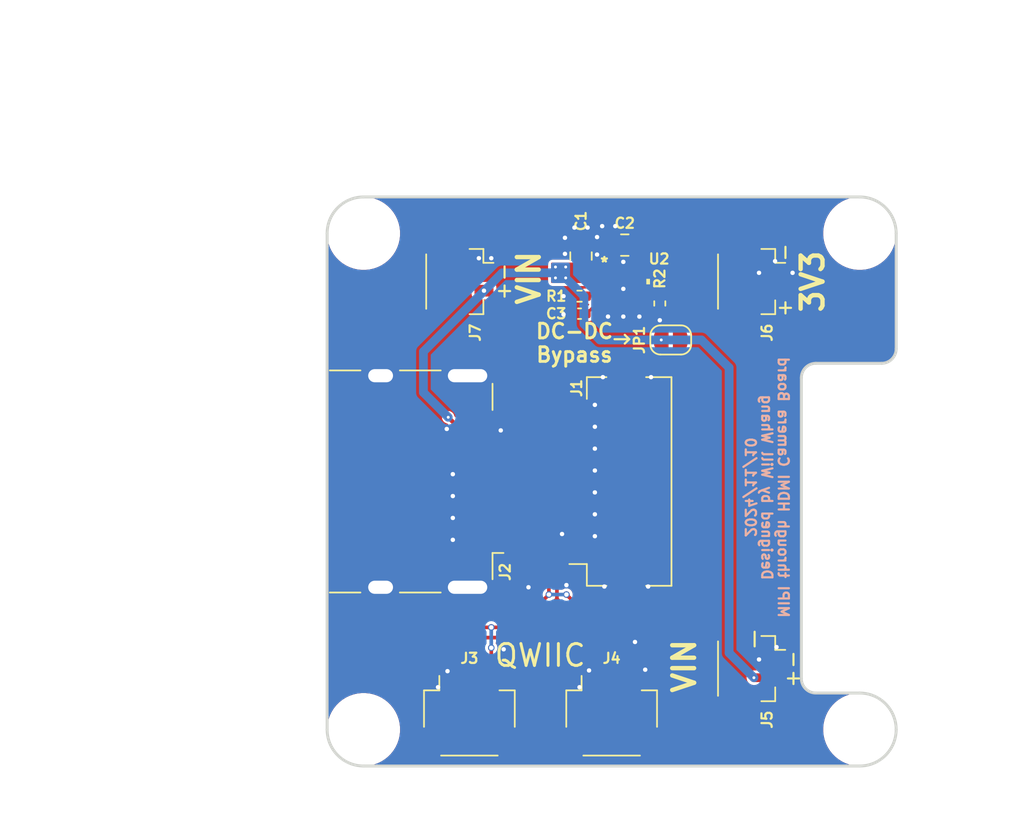
<source format=kicad_pcb>
(kicad_pcb (version 20240108) (generator "pcbnew") (generator_version "8.0")
  (layers (0 "F.Cu" signal) (31 "B.Cu" signal) (34 "B.Paste" user) (35 "F.Paste" user) (36 "B.SilkS" user "B.Silkscreen") (37 "F.SilkS" user "F.Silkscreen") (38 "B.Mask" user) (39 "F.Mask" user) (44 "Edge.Cuts" user))
  (net 0 "")
  (net 1 "CAM_D1_N")
  (net 2 "GND")
  (net 3 "CAM_D3_N")
  (net 4 "SDA_3V3")
  (net 5 "CAM_D3_P")
  (net 6 "CAM_D0_N")
  (net 7 "SCL_3V3")
  (net 8 "+3V3")
  (net 9 "CAM_D2_P")
  (net 10 "CAM_EN")
  (net 11 "CAM_D2_N")
  (net 12 "CAM_CLK_P")
  (net 13 "CAM_D1_P")
  (net 14 "CAM_CLK_N")
  (net 15 "CAM_D0_P")
  (net 17 "VDD")
  (net 18 "Net-(U2-SS{slash}TR)")
  (net 19 "Net-(U2-MODE{slash}S-CONF)")
  (net 20 "Net-(U2-FB{slash}VSET)")
  (footprint "Connector_Molex:Molex_PicoBlade_53398-0271_1x02-1MP_P1.25mm_Vertical" (layer "F.Cu") (at 130.835 78.3 -90)
    (property "Reference" "J6" (at 3.5 -0.65 90) (layer "F.SilkS") (effects (font (size 0.7 0.7))))
    (property "Value" "Conn_01x02_Shielded")
    (fp_line (start -1.865 2.71) (end 1.865 2.71) (stroke (width 0.12)) (layer "F.SilkS"))
    (fp_line (start -2.235 -0.26) (end -2.235 -1.21) (stroke (width 0.12)) (layer "F.SilkS"))
    (fp_line (start 2.235 -0.26) (end 2.235 -1.21) (stroke (width 0.12)) (layer "F.SilkS"))
    (fp_line (start -2.235 -1.21) (end -1.285 -1.21) (stroke (width 0.12)) (layer "F.SilkS"))
    (fp_line (start -1.285 -1.21) (end -1.285 -1.9) (stroke (width 0.12)) (layer "F.SilkS"))
    (fp_line (start 2.235 -1.21) (end 1.285 -1.21) (stroke (width 0.12)) (layer "F.SilkS"))
    (pad "1" smd roundrect (at -0.625 -1.25 270) (size 0.8 1.3) (layers "F.Cu" "F.Paste" "F.Mask") (net 2 "GND"))
    (pad "2" smd roundrect (at 0.625 -1.25 270) (size 0.8 1.3) (layers "F.Cu" "F.Paste" "F.Mask") (net 8 "+3V3"))
    (pad "MP" smd roundrect (at -3.175 1.5 270) (size 2.1 3) (layers "F.Cu" "F.Paste" "F.Mask") (roundrect_rratio 0.119048) (net 2 "GND"))
    (pad "MP" smd roundrect (at 3.175 1.5 270) (size 2.1 3) (layers "F.Cu" "F.Paste" "F.Mask") (roundrect_rratio 0.119048) (net 2 "GND"))
  )
  (footprint "Connector_JST:JST_SH_SM04B-SRSS-TB_1x04-1MP_P1.00mm_Horizontal" (layer "F.Cu") (at 120.835 108.1)
    (property "Reference" "J4" (at 0 -3.98 0) (layer "F.SilkS") (effects (font (size 0.7 0.7))))
    (property "Value" "Conn_01x04_Shielded")
    (fp_line (start -3.11 -1.785) (end -2.06 -1.785) (stroke (width 0.12)) (layer "F.SilkS"))
    (fp_line (start -3.11 0.715) (end -3.11 -1.785) (stroke (width 0.12)) (layer "F.SilkS"))
    (fp_line (start -2.06 -1.785) (end -2.06 -2.775) (stroke (width 0.12)) (layer "F.SilkS"))
    (fp_line (start -1.94 2.685) (end 1.94 2.685) (stroke (width 0.12)) (layer "F.SilkS"))
    (fp_line (start 3.11 -1.785) (end 2.06 -1.785) (stroke (width 0.12)) (layer "F.SilkS"))
    (fp_line (start 3.11 0.715) (end 3.11 -1.785) (stroke (width 0.12)) (layer "F.SilkS"))
    (pad "1" smd roundrect (at -1.5 -2) (size 0.6 1.55) (layers "F.Cu" "F.Paste" "F.Mask") (net 2 "GND"))
    (pad "2" smd roundrect (at -0.5 -2) (size 0.6 1.55) (layers "F.Cu" "F.Paste" "F.Mask") (net 8 "+3V3"))
    (pad "3" smd roundrect (at 0.5 -2) (size 0.6 1.55) (layers "F.Cu" "F.Paste" "F.Mask") (net 4 "SDA_3V3"))
    (pad "4" smd roundrect (at 1.5 -2) (size 0.6 1.55) (layers "F.Cu" "F.Paste" "F.Mask") (net 7 "SCL_3V3"))
    (pad "MP" smd roundrect (at -2.8 1.875) (size 1.2 1.8) (layers "F.Cu" "F.Paste" "F.Mask") (roundrect_rratio 0.208333) (net 2 "GND"))
    (pad "MP" smd roundrect (at 2.8 1.875) (size 1.2 1.8) (layers "F.Cu" "F.Paste" "F.Mask") (roundrect_rratio 0.208333) (net 2 "GND"))
  )
  (footprint "MountingHole:MountingHole_2.2mm_M2" (layer "F.Cu") (at 137.835 109 90)
    (property "Reference" "H3" (hide yes))
    (property "Value" "MountingHole")
    (pad "" np_thru_hole circle (at 0 0) (size 2.2 2.2) (drill 2.2) (layers "F&B.Cu" "*.Mask") (clearance 1.4))
  )
  (footprint "Connector_JST:JST_SH_SM04B-SRSS-TB_1x04-1MP_P1.00mm_Horizontal" (layer "F.Cu") (at 111.085 108.1)
    (property "Reference" "J3" (at 0 -3.98 0) (layer "F.SilkS") (effects (font (size 0.7 0.7))))
    (property "Value" "Conn_01x04_Shielded")
    (fp_line (start -3.11 -1.785) (end -2.06 -1.785) (stroke (width 0.12)) (layer "F.SilkS"))
    (fp_line (start -3.11 0.715) (end -3.11 -1.785) (stroke (width 0.12)) (layer "F.SilkS"))
    (fp_line (start -2.06 -1.785) (end -2.06 -2.775) (stroke (width 0.12)) (layer "F.SilkS"))
    (fp_line (start -1.94 2.685) (end 1.94 2.685) (stroke (width 0.12)) (layer "F.SilkS"))
    (fp_line (start 3.11 -1.785) (end 2.06 -1.785) (stroke (width 0.12)) (layer "F.SilkS"))
    (fp_line (start 3.11 0.715) (end 3.11 -1.785) (stroke (width 0.12)) (layer "F.SilkS"))
    (pad "1" smd roundrect (at -1.5 -2) (size 0.6 1.55) (layers "F.Cu" "F.Paste" "F.Mask") (net 2 "GND"))
    (pad "2" smd roundrect (at -0.5 -2) (size 0.6 1.55) (layers "F.Cu" "F.Paste" "F.Mask") (net 8 "+3V3"))
    (pad "3" smd roundrect (at 0.5 -2) (size 0.6 1.55) (layers "F.Cu" "F.Paste" "F.Mask") (net 4 "SDA_3V3"))
    (pad "4" smd roundrect (at 1.5 -2) (size 0.6 1.55) (layers "F.Cu" "F.Paste" "F.Mask") (net 7 "SCL_3V3"))
    (pad "MP" smd roundrect (at -2.8 1.875) (size 1.2 1.8) (layers "F.Cu" "F.Paste" "F.Mask") (roundrect_rratio 0.208333) (net 2 "GND"))
    (pad "MP" smd roundrect (at 2.8 1.875) (size 1.2 1.8) (layers "F.Cu" "F.Paste" "F.Mask") (roundrect_rratio 0.208333) (net 2 "GND"))
  )
  (footprint "MountingHole:MountingHole_2.2mm_M2" (layer "F.Cu") (at 137.835 75 180)
    (property "Reference" "H4" (hide yes))
    (property "Value" "MountingHole")
    (pad "" np_thru_hole circle (at 0 0 90) (size 2.2 2.2) (drill 2.2) (layers "F&B.Cu" "*.Mask") (clearance 1.4))
  )
  (footprint "MountingHole:MountingHole_2.2mm_M2" (layer "F.Cu") (at 103.835 75 180)
    (property "Reference" "H1" (hide yes))
    (property "Value" "MountingHole")
    (pad "" np_thru_hole circle (at 0 0 90) (size 2.2 2.2) (drill 2.2) (layers "F&B.Cu" "*.Mask") (clearance 1.4))
  )
  (footprint "Resistor_SMD:R_0402_1005Metric" (layer "F.Cu") (at 124.135 79.8 90)
    (property "Reference" "R2" (at 1.7 0 90) (layer "F.SilkS") (effects (font (size 0.7 0.7))))
    (property "Value" "DNC")
    (fp_line (start -0.153641 -0.38) (end 0.153641 -0.38) (stroke (width 0.12)) (layer "F.SilkS"))
    (fp_line (start -0.153641 0.38) (end 0.153641 0.38) (stroke (width 0.12)) (layer "F.SilkS"))
    (pad "1" smd roundrect (at -0.51 0 90) (size 0.54 0.64) (layers "F.Cu" "F.Paste" "F.Mask") (net 2 "GND"))
    (pad "2" smd roundrect (at 0.51 0 90) (size 0.54 0.64) (layers "F.Cu" "F.Paste" "F.Mask") (net 20 "Net-(U2-FB{slash}VSET)"))
  )
  (footprint "footprints:uSIP11_SIS_TEX" (layer "F.Cu") (at 121.635 78.8)
    (property "Reference" "U2" (at 2.45 -2.05 0) (layer "F.SilkS") (effects (font (size 0.7 0.7))))
    (property "Value" "TPSM82902SISR")
    (fp_poly (pts (xy 1.8288 -0.690626) (xy 1.8288 -0.309626) (xy 1.5748 -0.309626) (xy 1.5748 -0.690626)) (fill solid) (layer "F.SilkS"))
    (fp_text user "*" (at -1.3 -1.8 0) (layer "F.SilkS") (effects (font (size 0.7 0.7))))
    (fp_text user "*" (at -1.3 -1.8 0) (layer "F.SilkS") (effects (font (size 0.7 0.7))))
    (pad "1" smd rect (at -1.0541 -1.137501 90) (size 0.5588 0.5334) (layers "F.Cu" "F.Paste" "F.Mask") (net 17 "VDD"))
    (pad "2" smd rect (at -1.0541 -0.500126 90) (size 0.2794 0.5334) (layers "F.Cu" "F.Paste" "F.Mask") (net 17 "VDD"))
    (pad "3" smd rect (at -1.0541 0 90) (size 0.2794 0.5334) (layers "F.Cu" "F.Paste" "F.Mask") (net 17 "VDD"))
    (pad "4" smd rect (at -1.0541 0.500126 90) (size 0.2794 0.5334) (layers "F.Cu" "F.Paste" "F.Mask") (net 19 "Net-(U2-MODE{slash}S-CONF)"))
    (pad "5" smd rect (at -1.0541 1.137501 90) (size 0.5588 0.5334) (layers "F.Cu" "F.Paste" "F.Mask") (net 18 "Net-(U2-SS{slash}TR)"))
    (pad "6" smd rect (at 1.0541 1.137501 90) (size 0.5588 0.5334) (layers "F.Cu" "F.Paste" "F.Mask"))
    (pad "7" smd rect (at 1.0541 0.500126 90) (size 0.2794 0.5334) (layers "F.Cu" "F.Paste" "F.Mask") (net 20 "Net-(U2-FB{slash}VSET)"))
    (pad "8" smd rect (at 1.0541 0 90) (size 0.2794 0.5334) (layers "F.Cu" "F.Paste" "F.Mask"))
    (pad "9" smd rect (at 1.0541 -0.500126 90) (size 0.2794 0.5334) (layers "F.Cu" "F.Paste" "F.Mask") (net 8 "+3V3"))
    (pad "10" smd rect (at 1.0541 -1.137501 90) (size 0.5588 0.5334) (layers "F.Cu" "F.Paste" "F.Mask") (net 8 "+3V3"))
    (pad "11" smd rect (at 0 0) (size 0.9398 2.8448) (layers "F.Cu" "F.Mask") (net 2 "GND"))
  )
  (footprint "Connector_FFC-FPC:Hirose_FH12-22S-0.5SH_1x22-1MP_P0.50mm_Horizontal" (layer "F.Cu") (at 120.435 92 90)
    (property "Reference" "J1" (at 6.4 -2 90) (layer "F.SilkS") (effects (font (size 0.7 0.7))))
    (property "Value" "Conn_01x22_Shielded")
    (fp_line (start 7.15 -1.3) (end 7.15 0.04) (stroke (width 0.12)) (layer "F.SilkS"))
    (fp_line (start 5.66 -1.3) (end 7.15 -1.3) (stroke (width 0.12)) (layer "F.SilkS"))
    (fp_line (start -5.66 -1.3) (end -5.66 -2.5) (stroke (width 0.12)) (layer "F.SilkS"))
    (fp_line (start -5.66 -1.3) (end -7.15 -1.3) (stroke (width 0.12)) (layer "F.SilkS"))
    (fp_line (start -7.15 -1.3) (end -7.15 0.04) (stroke (width 0.12)) (layer "F.SilkS"))
    (fp_line (start -7.15 2.76) (end -7.15 4.5) (stroke (width 0.12)) (layer "F.SilkS"))
    (fp_line (start 7.15 4.5) (end 7.15 2.76) (stroke (width 0.12)) (layer "F.SilkS"))
    (fp_line (start -7.15 4.5) (end 7.15 4.5) (stroke (width 0.12)) (layer "F.SilkS"))
    (pad "1" smd rect (at -5.25 -1.85 90) (size 0.3 1.3) (layers "F.Cu" "F.Paste" "F.Mask") (net 8 "+3V3"))
    (pad "2" smd rect (at -4.75 -1.85 90) (size 0.3 1.3) (layers "F.Cu" "F.Paste" "F.Mask") (net 4 "SDA_3V3"))
    (pad "3" smd rect (at -4.25 -1.85 90) (size 0.3 1.3) (layers "F.Cu" "F.Paste" "F.Mask") (net 7 "SCL_3V3"))
    (pad "4" smd rect (at -3.75 -1.85 90) (size 0.3 1.3) (layers "F.Cu" "F.Paste" "F.Mask") (net 2 "GND"))
    (pad "5" smd rect (at -3.25 -1.85 90) (size 0.3 1.3) (layers "F.Cu" "F.Paste" "F.Mask"))
    (pad "6" smd rect (at -2.75 -1.85 90) (size 0.3 1.3) (layers "F.Cu" "F.Paste" "F.Mask") (net 10 "CAM_EN"))
    (pad "7" smd rect (at -2.25 -1.85 90) (size 0.3 1.3) (layers "F.Cu" "F.Paste" "F.Mask") (net 2 "GND"))
    (pad "8" smd rect (at -1.75 -1.85 90) (size 0.3 1.3) (layers "F.Cu" "F.Paste" "F.Mask") (net 5 "CAM_D3_P"))
    (pad "9" smd rect (at -1.25 -1.85 90) (size 0.3 1.3) (layers "F.Cu" "F.Paste" "F.Mask") (net 3 "CAM_D3_N"))
    (pad "10" smd rect (at -0.75 -1.85 90) (size 0.3 1.3) (layers "F.Cu" "F.Paste" "F.Mask") (net 2 "GND"))
    (pad "11" smd rect (at -0.25 -1.85 90) (size 0.3 1.3) (layers "F.Cu" "F.Paste" "F.Mask") (net 9 "CAM_D2_P"))
    (pad "12" smd rect (at 0.25 -1.85 90) (size 0.3 1.3) (layers "F.Cu" "F.Paste" "F.Mask") (net 11 "CAM_D2_N"))
    (pad "13" smd rect (at 0.75 -1.85 90) (size 0.3 1.3) (layers "F.Cu" "F.Paste" "F.Mask") (net 2 "GND"))
    (pad "14" smd rect (at 1.25 -1.85 90) (size 0.3 1.3) (layers "F.Cu" "F.Paste" "F.Mask") (net 12 "CAM_CLK_P"))
    (pad "15" smd rect (at 1.75 -1.85 90) (size 0.3 1.3) (layers "F.Cu" "F.Paste" "F.Mask") (net 14 "CAM_CLK_N"))
    (pad "16" smd rect (at 2.25 -1.85 90) (size 0.3 1.3) (layers "F.Cu" "F.Paste" "F.Mask") (net 2 "GND"))
    (pad "17" smd rect (at 2.75 -1.85 90) (size 0.3 1.3) (layers "F.Cu" "F.Paste" "F.Mask") (net 13 "CAM_D1_P"))
    (pad "18" smd rect (at 3.25 -1.85 90) (size 0.3 1.3) (layers "F.Cu" "F.Paste" "F.Mask") (net 1 "CAM_D1_N"))
    (pad "19" smd rect (at 3.75 -1.85 90) (size 0.3 1.3) (layers "F.Cu" "F.Paste" "F.Mask") (net 2 "GND"))
    (pad "20" smd rect (at 4.25 -1.85 90) (size 0.3 1.3) (layers "F.Cu" "F.Paste" "F.Mask") (net 15 "CAM_D0_P"))
    (pad "21" smd rect (at 4.75 -1.85 90) (size 0.3 1.3) (layers "F.Cu" "F.Paste" "F.Mask") (net 6 "CAM_D0_N"))
    (pad "22" smd rect (at 5.25 -1.85 90) (size 0.3 1.3) (layers "F.Cu" "F.Paste" "F.Mask") (net 2 "GND"))
    (pad "MP" smd rect (at -7.15 1.4 90) (size 1.8 2.2) (layers "F.Cu" "F.Paste" "F.Mask") (net 2 "GND"))
    (pad "MP" smd rect (at 7.15 1.4 90) (size 1.8 2.2) (layers "F.Cu" "F.Paste" "F.Mask") (net 2 "GND"))
  )
  (footprint "MountingHole:MountingHole_2.2mm_M2" (layer "F.Cu") (at 103.835 109)
    (property "Reference" "H2" (hide yes))
    (property "Value" "MountingHole")
    (pad "" np_thru_hole circle (at 0 0 270) (size 2.2 2.2) (drill 2.2) (layers "F&B.Cu" "*.Mask") (clearance 1.4))
  )
  (footprint "Resistor_SMD:R_0402_1005Metric" (layer "F.Cu") (at 118.635 79.3)
    (property "Reference" "R1" (at -1.6 0 0) (layer "F.SilkS") (effects (font (size 0.7 0.7))))
    (property "Value" "40.2K")
    (fp_line (start -0.153641 -0.38) (end 0.153641 -0.38) (stroke (width 0.12)) (layer "F.SilkS"))
    (fp_line (start -0.153641 0.38) (end 0.153641 0.38) (stroke (width 0.12)) (layer "F.SilkS"))
    (pad "1" smd roundrect (at -0.51 0) (size 0.54 0.64) (layers "F.Cu" "F.Paste" "F.Mask") (net 2 "GND"))
    (pad "2" smd roundrect (at 0.51 0) (size 0.54 0.64) (layers "F.Cu" "F.Paste" "F.Mask") (net 19 "Net-(U2-MODE{slash}S-CONF)"))
  )
  (footprint "Connector_Molex:Molex_PicoBlade_53398-0271_1x02-1MP_P1.25mm_Vertical" (layer "F.Cu") (at 130.835 104.825 -90)
    (property "Reference" "J5" (at 3.5 -0.65 90) (layer "F.SilkS") (effects (font (size 0.7 0.7))))
    (property "Value" "Conn_01x02_Shielded")
    (fp_line (start -1.865 2.71) (end 1.865 2.71) (stroke (width 0.12)) (layer "F.SilkS"))
    (fp_line (start -2.235 -0.26) (end -2.235 -1.21) (stroke (width 0.12)) (layer "F.SilkS"))
    (fp_line (start 2.235 -0.26) (end 2.235 -1.21) (stroke (width 0.12)) (layer "F.SilkS"))
    (fp_line (start -2.235 -1.21) (end -1.285 -1.21) (stroke (width 0.12)) (layer "F.SilkS"))
    (fp_line (start -1.285 -1.21) (end -1.285 -1.9) (stroke (width 0.12)) (layer "F.SilkS"))
    (fp_line (start 2.235 -1.21) (end 1.285 -1.21) (stroke (width 0.12)) (layer "F.SilkS"))
    (pad "1" smd roundrect (at -0.625 -1.25 270) (size 0.8 1.3) (layers "F.Cu" "F.Paste" "F.Mask") (net 2 "GND"))
    (pad "2" smd roundrect (at 0.625 -1.25 270) (size 0.8 1.3) (layers "F.Cu" "F.Paste" "F.Mask") (net 17 "VDD"))
    (pad "MP" smd roundrect (at -3.175 1.5 270) (size 2.1 3) (layers "F.Cu" "F.Paste" "F.Mask") (roundrect_rratio 0.119048) (net 2 "GND"))
    (pad "MP" smd roundrect (at 3.175 1.5 270) (size 2.1 3) (layers "F.Cu" "F.Paste" "F.Mask") (roundrect_rratio 0.119048) (net 2 "GND"))
  )
  (footprint "Connector_Molex:Molex_PicoBlade_53398-0271_1x02-1MP_P1.25mm_Vertical" (layer "F.Cu") (at 110.835 78.3 -90)
    (property "Reference" "J7" (at 3.5 -0.65 90) (layer "F.SilkS") (effects (font (size 0.7 0.7))))
    (property "Value" "Conn_01x02_Shielded")
    (fp_line (start -1.865 2.71) (end 1.865 2.71) (stroke (width 0.12)) (layer "F.SilkS"))
    (fp_line (start -2.235 -0.26) (end -2.235 -1.21) (stroke (width 0.12)) (layer "F.SilkS"))
    (fp_line (start 2.235 -0.26) (end 2.235 -1.21) (stroke (width 0.12)) (layer "F.SilkS"))
    (fp_line (start -2.235 -1.21) (end -1.285 -1.21) (stroke (width 0.12)) (layer "F.SilkS"))
    (fp_line (start -1.285 -1.21) (end -1.285 -1.9) (stroke (width 0.12)) (layer "F.SilkS"))
    (fp_line (start 2.235 -1.21) (end 1.285 -1.21) (stroke (width 0.12)) (layer "F.SilkS"))
    (pad "1" smd roundrect (at -0.625 -1.25 270) (size 0.8 1.3) (layers "F.Cu" "F.Paste" "F.Mask") (net 2 "GND"))
    (pad "2" smd roundrect (at 0.625 -1.25 270) (size 0.8 1.3) (layers "F.Cu" "F.Paste" "F.Mask") (net 17 "VDD"))
    (pad "MP" smd roundrect (at -3.175 1.5 270) (size 2.1 3) (layers "F.Cu" "F.Paste" "F.Mask") (roundrect_rratio 0.119048) (net 2 "GND"))
    (pad "MP" smd roundrect (at 3.175 1.5 270) (size 2.1 3) (layers "F.Cu" "F.Paste" "F.Mask") (roundrect_rratio 0.119048) (net 2 "GND"))
  )
  (footprint "Capacitor_SMD:C_0805_2012Metric" (layer "F.Cu") (at 121.735 75.8 180)
    (property "Reference" "C2" (at 0 1.5 0) (layer "F.SilkS") (effects (font (size 0.7 0.7))))
    (property "Value" "22uF")
    (fp_line (start -0.261252 0.735) (end 0.261252 0.735) (stroke (width 0.12)) (layer "F.SilkS"))
    (fp_line (start -0.261252 -0.735) (end 0.261252 -0.735) (stroke (width 0.12)) (layer "F.SilkS"))
    (pad "1" smd roundrect (at -0.95 0 180) (size 1 1.45) (layers "F.Cu" "F.Paste" "F.Mask") (net 8 "+3V3"))
    (pad "2" smd roundrect (at 0.95 0 180) (size 1 1.45) (layers "F.Cu" "F.Paste" "F.Mask") (net 2 "GND"))
  )
  (footprint "Capacitor_SMD:C_0402_1005Metric" (layer "F.Cu") (at 118.635 80.5 180)
    (property "Reference" "C3" (at 1.6 0 0) (layer "F.SilkS") (effects (font (size 0.7 0.7))))
    (property "Value" "10uF")
    (fp_line (start -0.107836 0.36) (end 0.107836 0.36) (stroke (width 0.12)) (layer "F.SilkS"))
    (fp_line (start -0.107836 -0.36) (end 0.107836 -0.36) (stroke (width 0.12)) (layer "F.SilkS"))
    (pad "1" smd roundrect (at -0.48 0 180) (size 0.56 0.62) (layers "F.Cu" "F.Paste" "F.Mask") (net 18 "Net-(U2-SS{slash}TR)"))
    (pad "2" smd roundrect (at 0.48 0 180) (size 0.56 0.62) (layers "F.Cu" "F.Paste" "F.Mask") (net 2 "GND"))
  )
  (footprint "Jumper:SolderJumper-2_P1.3mm_Open_RoundedPad1.0x1.5mm" (layer "F.Cu") (at 124.885 82.3)
    (property "Reference" "JP1" (at -2.15 0 90) (layer "F.SilkS") (effects (font (size 0.7 0.7))))
    (property "Value" "SolderJumper_2_Open")
    (fp_line (start -1.4 0.3) (end -1.4 -0.3) (stroke (width 0.12)) (layer "F.SilkS"))
    (fp_line (start -0.7 -1) (end 0.7 -1) (stroke (width 0.12)) (layer "F.SilkS"))
    (fp_line (start 0.7 1) (end -0.7 1) (stroke (width 0.12)) (layer "F.SilkS"))
    (fp_line (start 1.4 -0.3) (end 1.4 0.3) (stroke (width 0.12)) (layer "F.SilkS"))
    (fp_arc (start -1.4 -0.3) (mid -1.194975 -0.794975) (end -0.7 -1) (stroke (width 0.12)) (layer "F.SilkS"))
    (fp_arc (start -0.7 1) (mid -1.194975 0.794975) (end -1.4 0.3) (stroke (width 0.12)) (layer "F.SilkS"))
    (fp_arc (start 0.7 -1) (mid 1.194975 -0.794975) (end 1.4 -0.3) (stroke (width 0.12)) (layer "F.SilkS"))
    (fp_arc (start 1.4 0.3) (mid 1.194975 0.794975) (end 0.7 1) (stroke (width 0.12)) (layer "F.SilkS"))
    (pad "1" smd custom (at -0.65 0) (size 1 0.5) (layers "F.Cu" "F.Mask") (net 17 "VDD") (options (clearance outline) (anchor rect)) (primitives (gr_circle (center 0 0.25) (end 0.5 0.25) (width 0) (fill yes)) (gr_circle (center 0 -0.25) (end 0.5 -0.25) (width 0) (fill yes)) (gr_poly (pts (xy 0.5 0.75) (xy 0 0.75) (xy 0 -0.75) (xy 0.5 -0.75)) (width 0) (fill yes))))
    (pad "2" smd custom (at 0.65 0) (size 1 0.5) (layers "F.Cu" "F.Mask") (net 8 "+3V3") (options (clearance outline) (anchor rect)) (primitives (gr_circle (center 0 0.25) (end 0.5 0.25) (width 0) (fill yes)) (gr_circle (center 0 -0.25) (end 0.5 -0.25) (width 0) (fill yes)) (gr_poly (pts (xy 0 0.75) (xy -0.5 0.75) (xy -0.5 -0.75) (xy 0 -0.75)) (width 0) (fill yes))))
  )
  (footprint "Capacitor_SMD:C_0805_2012Metric" (layer "F.Cu") (at 118.735 76.55 -90)
    (property "Reference" "C1" (at -2.4 0 -90) (layer "F.SilkS") (effects (font (size 0.7 0.7))))
    (property "Value" "10uF")
    (fp_line (start -0.261252 0.735) (end 0.261252 0.735) (stroke (width 0.12)) (layer "F.SilkS"))
    (fp_line (start -0.261252 -0.735) (end 0.261252 -0.735) (stroke (width 0.12)) (layer "F.SilkS"))
    (pad "1" smd roundrect (at -0.95 0 270) (size 1 1.45) (layers "F.Cu" "F.Paste" "F.Mask") (net 2 "GND"))
    (pad "2" smd roundrect (at 0.95 0 270) (size 1 1.45) (layers "F.Cu" "F.Paste" "F.Mask") (net 17 "VDD"))
  )
  (footprint "Connector_Video:HDMI_A_Molex_208658-1001_Horizontal" (layer "F.Cu") (at 108.435 92 180)
    (property "Reference" "J2" (at -5.1 -6.2 90) (layer "F.SilkS") (effects (font (size 0.7 0.7))))
    (property "Value" "HDMI_A_1.4")
    (fp_line (start 4.815 7.61) (end 6.915 7.61) (stroke (width 0.12)) (layer "F.SilkS"))
    (fp_line (start 4.815 -7.61) (end 6.915 -7.61) (stroke (width 0.12)) (layer "F.SilkS"))
    (fp_line (start -0.685 7.61) (end 2.115 7.61) (stroke (width 0.12)) (layer "F.SilkS"))
    (fp_line (start -0.685 -7.61) (end 2.115 -7.61) (stroke (width 0.12)) (layer "F.SilkS"))
    (fp_line (start -4.235 6.7) (end -4.235 4.9) (stroke (width 0.12)) (layer "F.SilkS"))
    (fp_line (start -4.235 -4.9) (end -4.235 -6.7) (stroke (width 0.12)) (layer "F.SilkS"))
    (fp_line (start -4.985 -4.9) (end -4.235 -4.9) (stroke (width 0.12)) (layer "F.SilkS"))
    (pad "1" smd rect (at -3.285 -4.5 180) (size 2.6 0.3) (layers "F.Cu" "F.Paste" "F.Mask") (net 5 "CAM_D3_P"))
    (pad "2" smd rect (at -3.285 -4 180) (size 2.6 0.3) (layers "F.Cu" "F.Paste" "F.Mask") (net 2 "GND"))
    (pad "3" smd rect (at -3.285 -3.5 180) (size 2.6 0.3) (layers "F.Cu" "F.Paste" "F.Mask") (net 3 "CAM_D3_N"))
    (pad "4" smd rect (at -3.285 -3 180) (size 2.6 0.3) (layers "F.Cu" "F.Paste" "F.Mask") (net 9 "CAM_D2_P"))
    (pad "5" smd rect (at -3.285 -2.5 180) (size 2.6 0.3) (layers "F.Cu" "F.Paste" "F.Mask") (net 2 "GND"))
    (pad "6" smd rect (at -3.285 -2 180) (size 2.6 0.3) (layers "F.Cu" "F.Paste" "F.Mask") (net 11 "CAM_D2_N"))
    (pad "7" smd rect (at -3.285 -1.5 180) (size 2.6 0.3) (layers "F.Cu" "F.Paste" "F.Mask") (net 12 "CAM_CLK_P"))
    (pad "8" smd rect (at -3.285 -1 180) (size 2.6 0.3) (layers "F.Cu" "F.Paste" "F.Mask") (net 2 "GND"))
    (pad "9" smd rect (at -3.285 -0.5 180) (size 2.6 0.3) (layers "F.Cu" "F.Paste" "F.Mask") (net 14 "CAM_CLK_N"))
    (pad "10" smd rect (at -3.285 0 180) (size 2.6 0.3) (layers "F.Cu" "F.Paste" "F.Mask") (net 13 "CAM_D1_P"))
    (pad "11" smd rect (at -3.285 0.5 180) (size 2.6 0.3) (layers "F.Cu" "F.Paste" "F.Mask") (net 2 "GND"))
    (pad "12" smd rect (at -3.285 1 180) (size 2.6 0.3) (layers "F.Cu" "F.Paste" "F.Mask") (net 1 "CAM_D1_N"))
    (pad "13" smd rect (at -3.285 1.5 180) (size 2.6 0.3) (layers "F.Cu" "F.Paste" "F.Mask") (net 10 "CAM_EN"))
    (pad "14" smd rect (at -3.285 2 180) (size 2.6 0.3) (layers "F.Cu" "F.Paste" "F.Mask") (net 15 "CAM_D0_P"))
    (pad "15" smd rect (at -3.285 2.5 180) (size 2.6 0.3) (layers "F.Cu" "F.Paste" "F.Mask") (net 7 "SCL_3V3"))
    (pad "16" smd rect (at -3.285 3 180) (size 2.6 0.3) (layers "F.Cu" "F.Paste" "F.Mask") (net 4 "SDA_3V3"))
    (pad "17" smd rect (at -3.285 3.5 180) (size 2.6 0.3) (layers "F.Cu" "F.Paste" "F.Mask") (net 2 "GND"))
    (pad "18" smd rect (at -3.285 4 180) (size 2.6 0.3) (layers "F.Cu" "F.Paste" "F.Mask") (net 17 "VDD"))
    (pad "19" smd rect (at -3.285 4.5 180) (size 2.6 0.3) (layers "F.Cu" "F.Paste" "F.Mask") (net 6 "CAM_D0_N"))
    (pad "SH" thru_hole oval (at -2.525 -7.25 180) (size 3.3 1.5) (drill oval 2.7 0.9) (layers "*.Cu" "*.Mask") (net 2 "GND"))
    (pad "SH" thru_hole oval (at -2.525 7.25 180) (size 3.3 1.5) (drill oval 2.7 0.9) (layers "*.Cu" "*.Mask") (net 2 "GND"))
    (pad "SH" thru_hole oval (at 3.435 -7.25 180) (size 2.3 1.5) (drill oval 1.7 0.9) (layers "*.Cu" "*.Mask") (net 2 "GND"))
    (pad "SH" thru_hole oval (at 3.435 7.25 180) (size 2.3 1.5) (drill oval 1.7 0.9) (layers "*.Cu" "*.Mask") (net 2 "GND"))
  )
  (gr_line (start 121.035 82.25) (end 122.035 82.25) (stroke (width 0.15)) (layer "F.SilkS"))
  (gr_line (start 130.635 102.3) (end 130.635 103.3) (stroke (width 0.15)) (layer "F.SilkS"))
  (gr_line (start 122.035 82.25) (end 121.735 82.55) (stroke (width 0.15)) (layer "F.SilkS"))
  (gr_line (start 121.735 81.95) (end 122.035 82.25) (stroke (width 0.15)) (layer "F.SilkS"))
  (gr_arc (start 137.835 106.5) (mid 139.602767 107.232233) (end 140.335 109) (stroke (width 0.2)) (layer "Edge.Cuts"))
  (gr_arc (start 140.335 82.9) (mid 140.042107 83.607107) (end 139.335 83.9) (stroke (width 0.2)) (layer "Edge.Cuts"))
  (gr_line (start 103.835 72.5) (end 137.835 72.5) (stroke (width 0.2)) (layer "Edge.Cuts"))
  (gr_line (start 103.835 111.5) (end 137.835 111.5) (stroke (width 0.2)) (layer "Edge.Cuts"))
  (gr_arc (start 134.835 106.5) (mid 134.127893 106.207107) (end 133.835 105.5) (stroke (width 0.2)) (layer "Edge.Cuts"))
  (gr_line (start 133.835 84.9) (end 133.835 105.5) (stroke (width 0.2)) (layer "Edge.Cuts"))
  (gr_line (start 137.835 106.5) (end 134.835 106.5) (stroke (width 0.2)) (layer "Edge.Cuts"))
  (gr_arc (start 137.835 72.5) (mid 139.602767 73.232233) (end 140.335 75) (stroke (width 0.2)) (layer "Edge.Cuts"))
  (gr_arc (start 101.335 75) (mid 102.067233 73.232233) (end 103.835 72.5) (stroke (width 0.2)) (layer "Edge.Cuts"))
  (gr_arc (start 140.335 109) (mid 139.602767 110.767767) (end 137.835 111.5) (stroke (width 0.2)) (layer "Edge.Cuts"))
  (gr_line (start 140.335 82.9) (end 140.335 75) (stroke (width 0.2)) (layer "Edge.Cuts"))
  (gr_line (start 101.335 75) (end 101.335 109) (stroke (width 0.2)) (layer "Edge.Cuts"))
  (gr_arc (start 103.835 111.5) (mid 102.067233 110.767767) (end 101.335 109) (stroke (width 0.2)) (layer "Edge.Cuts"))
  (gr_line (start 139.335 83.9) (end 134.835 83.9) (stroke (width 0.2)) (layer "Edge.Cuts"))
  (gr_arc (start 133.835 84.9) (mid 134.127893 84.192893) (end 134.835 83.9) (stroke (width 0.2)) (layer "Edge.Cuts"))
  (gr_text "MIPI through HDMI Camera Board\nDesigned by Will Whang\n2024/11/10" (at 129.935 92.4 -90) (layer "B.SilkS") (effects (font (size 0.7 0.7)) (justify bottom mirror)))
  (gr_text "+" (at 132.235 80.1 -90) (layer "F.SilkS") (effects (font (size 1 1)) (justify bottom)))
  (gr_text "-" (at 112.985 77.65 -90) (layer "F.SilkS") (effects (font (size 1 1)) (justify bottom)))
  (gr_text "+" (at 132.785 105.5 -90) (layer "F.SilkS") (effects (font (size 1 1)) (justify bottom)))
  (gr_text "3V3" (at 135.485 78.3 90) (layer "F.SilkS") (effects (font (size 1.5 1.5) (thickness 0.3)) (justify bottom)))
  (gr_text "QWIIC" (at 115.935 104.8 0) (layer "F.SilkS") (effects (font (size 1.5 1.5) (thickness 0.2)) (justify bottom)))
  (gr_text "VIN" (at 126.685 104.65 90) (layer "F.SilkS") (effects (font (size 1.5 1.5) (thickness 0.3)) (justify bottom)))
  (gr_text "DC-DC\nBypass" (at 118.285 83.9 0) (layer "F.SilkS") (effects (font (size 1 1) (thickness 0.2) (bold yes)) (justify bottom)))
  (gr_text "-" (at 132.235 76.3 -90) (layer "F.SilkS") (effects (font (size 1 1)) (justify bottom)))
  (gr_text "VIN" (at 116.035 78.05 90) (layer "F.SilkS") (effects (font (size 1.5 1.5) (thickness 0.3)) (justify bottom)))
  (gr_text "+" (at 112.985 78.95 -90) (layer "F.SilkS") (effects (font (size 1 1)) (justify bottom)))
  (gr_text "-" (at 132.785 104.2 -90) (layer "F.SilkS") (effects (font (size 1 1)) (justify bottom)))
  (segment (start 113.945001 91.275) (end 114.0418 91.275) (width 0.2) (layer "F.Cu") (net 1))
  (segment (start 117.609999 88.75) (end 118.585 88.75) (width 0.2) (layer "F.Cu") (net 1))
  (segment (start 117.584999 88.775) (end 117.609999 88.75) (width 0.2) (layer "F.Cu") (net 1))
  (segment (start 114.0418 91.275) (end 116.5418 88.775) (width 0.2) (layer "F.Cu") (net 1))
  (segment (start 113.670001 91) (end 113.945001 91.275) (width 0.2) (layer "F.Cu") (net 1))
  (segment (start 116.5418 88.775) (end 117.584999 88.775) (width 0.2) (layer "F.Cu") (net 1))
  (segment (start 111.72 91) (end 113.670001 91) (width 0.2) (layer "F.Cu") (net 1))
  (segment (start 111.72 91.5) (end 109.95 91.5) (width 0.25) (layer "F.Cu") (net 2))
  (segment (start 111.72 96) (end 109.95 96) (width 0.25) (layer "F.Cu") (net 2))
  (segment (start 119.685 91.25) (end 118.585 91.25) (width 0.25) (layer "F.Cu") (net 2))
  (segment (start 118.585 94.25) (end 119.685 94.25) (width 0.25) (layer "F.Cu") (net 2))
  (segment (start 118.585 86.75) (end 119.685 86.75) (width 0.25) (layer "F.Cu") (net 2))
  (segment (start 119.685 92.75) (end 118.585 92.75) (width 0.25) (layer "F.Cu") (net 2))
  (segment (start 118.585 95.75) (end 119.685 95.75) (width 0.25) (layer "F.Cu") (net 2))
  (segment (start 111.72 94.5) (end 109.95 94.5) (width 0.25) (layer "F.Cu") (net 2))
  (segment (start 111.72 88.5) (end 113.235 88.5) (width 0.25) (layer "F.Cu") (net 2))
  (segment (start 119.685 89.75) (end 118.585 89.75) (width 0.25) (layer "F.Cu") (net 2))
  (segment (start 119.685 88.25) (end 118.585 88.25) (width 0.25) (layer "F.Cu") (net 2))
  (segment (start 111.72 93) (end 109.95 93) (width 0.25) (layer "F.Cu") (net 2))
  (via (at 132.135 103.35) (size 0.45) (drill 0.3) (layers "F.Cu" "B.Cu") (net 2))
  (via (at 109.585 105) (size 0.45) (drill 0.3) (layers "F.Cu" "B.Cu") (net 2))
  (via (at 117.535 80.55) (size 0.45) (drill 0.3) (layers "F.Cu" "B.Cu") (net 2))
  (via (at 119.685 91.25) (size 0.45) (drill 0.3) (layers "F.Cu" "B.Cu") (net 2))
  (via (at 121.635 76.95) (size 0.45) (drill 0.3) (layers "F.Cu" "B.Cu") (net 2))
  (via (at 121.635 78.8) (size 0.45) (drill 0.3) (layers "F.Cu" "B.Cu") (net 2))
  (via (at 113.235 88.5) (size 0.45) (drill 0.3) (layers "F.Cu" "B.Cu") (net 2))
  (via (at 109.95 93) (size 0.45) (drill 0.3) (layers "F.Cu" "B.Cu") (net 2))
  (via (at 111.735 76.7) (size 0.45) (drill 0.3) (layers "F.Cu" "B.Cu") (net 2))
  (via (at 112.585 76.7) (size 0.45) (drill 0.3) (layers "F.Cu" "B.Cu") (net 2))
  (via (at 109.535 88.4) (size 0.45) (drill 0.3) (layers "F.Cu" "B.Cu") (net 2))
  (via (at 121.085 74.5) (size 0.45) (drill 0.3) (layers "F.Cu" "B.Cu") (net 2))
  (via (at 119.685 94.25) (size 0.45) (drill 0.3) (layers "F.Cu" "B.Cu") (net 2))
  (via (at 109.95 96) (size 0.45) (drill 0.3) (layers "F.Cu" "B.Cu") (net 2))
  (via (at 123.535 84.85) (size 0.45) (drill 0.3) (layers "F.Cu" "B.Cu") (net 2))
  (via (at 119.685 88.25) (size 0.45) (drill 0.3) (layers "F.Cu" "B.Cu") (net 2))
  (via (at 119.835 75.25) (size 0.45) (drill 0.3) (layers "F.Cu" "B.Cu") (net 2))
  (via (at 123.135 104.9) (size 0.45) (drill 0.3) (layers "F.Cu" "B.Cu") (net 2))
  (via (at 122.735 80.7) (size 0.45) (drill 0.3) (layers "F.Cu" "B.Cu") (net 2))
  (via (at 122.435 103) (size 0.45) (drill 0.3) (layers "F.Cu" "B.Cu") (net 2))
  (via (at 133.235 77.7) (size 0.45) (drill 0.3) (layers "F.Cu" "B.Cu") (net 2))
  (via (at 119.685 92.75) (size 0.45) (drill 0.3) (layers "F.Cu" "B.Cu") (net 2))
  (via (at 113.435 103.5) (size 0.45) (drill 0.3) (layers "F.Cu" "B.Cu") (net 2))
  (via (at 132.035 76.9) (size 0.45) (drill 0.3) (layers "F.Cu" "B.Cu") (net 2))
  (via (at 119.685 95.75) (size 0.45) (drill 0.3) (layers "F.Cu" "B.Cu") (net 2))
  (via (at 119.185 74.6) (size 0.45) (drill 0.3) (layers "F.Cu" "B.Cu") (net 2))
  (via (at 120.185 74.5) (size 0.45) (drill 0.3) (layers "F.Cu" "B.Cu") (net 2))
  (via (at 117.635 75.3) (size 0.45) (drill 0.3) (layers "F.Cu" "B.Cu") (net 2))
  (via (at 123.335 99.2) (size 0.45) (drill 0.3) (layers "F.Cu" "B.Cu") (net 2))
  (via (at 121.635 80.7) (size 0.45) (drill 0.3) (layers "F.Cu" "B.Cu") (net 2))
  (via (at 117.735 99.1) (size 0.45) (drill 0.3) (layers "F.Cu" "B.Cu") (net 2))
  (via (at 130.935 104.2) (size 0.45) (drill 0.3) (layers "F.Cu" "B.Cu") (net 2))
  (via (at 120.335 99.2) (size 0.45) (drill 0.3) (layers "F.Cu" "B.Cu") (net 2))
  (via (at 118.635 106.1) (size 0.45) (drill 0.3) (layers "F.Cu" "B.Cu") (net 2))
  (via (at 115.135 99.25) (size 0.45) (drill 0.3) (layers "F.Cu" "B.Cu") (net 2))
  (via (at 117.435 95.6) (size 0.45) (drill 0.3) (layers "F.Cu" "B.Cu") (net 2))
  (via (at 119.835 76.45) (size 0.45) (drill 0.3) (layers "F.Cu" "B.Cu") (net 2))
  (via (at 119.285 104.95) (size 0.45) (drill 0.3) (layers "F.Cu" "B.Cu") (net 2))
  (via (at 124.135 80.95) (size 0.45) (drill 0.3) (layers "F.Cu" "B.Cu") (net 2))
  (via (at 117.535 79.3) (size 0.45) (drill 0.3) (layers "F.Cu" "B.Cu") (net 2))
  (via (at 118.285 74.6) (size 0.45) (drill 0.3) (layers "F.Cu" "B.Cu") (net 2))
  (via (at 109.95 91.5) (size 0.45) (drill 0.3) (layers "F.Cu" "B.Cu") (net 2))
  (via (at 130.935 77.7) (size 0.45) (drill 0.3) (layers "F.Cu" "B.Cu") (net 2))
  (via (at 119.685 89.75) (size 0.45) (drill 0.3) (layers "F.Cu" "B.Cu") (net 2))
  (via (at 120.235 84.85) (size 0.45) (drill 0.3) (layers "F.Cu" "B.Cu") (net 2))
  (via (at 120.585 80.7) (size 0.45) (drill 0.3) (layers "F.Cu" "B.Cu") (net 2))
  (via (at 119.685 86.75) (size 0.45) (drill 0.3) (layers "F.Cu" "B.Cu") (net 2))
  (via (at 117.635 76.4) (size 0.45) (drill 0.3) (layers "F.Cu" "B.Cu") (net 2))
  (via (at 109.95 94.5) (size 0.45) (drill 0.3) (layers "F.Cu" "B.Cu") (net 2))
  (via (at 108.935 106.1) (size 0.45) (drill 0.3) (layers "F.Cu" "B.Cu") (net 2))
  (segment (start 114.5418 95.775) (end 117.0418 93.275) (width 0.2) (layer "F.Cu") (net 3))
  (segment (start 113.945001 95.775) (end 114.5418 95.775) (width 0.2) (layer "F.Cu") (net 3))
  (segment (start 113.670001 95.5) (end 113.945001 95.775) (width 0.2) (layer "F.Cu") (net 3))
  (segment (start 117.584999 93.275) (end 117.609999 93.25) (width 0.2) (layer "F.Cu") (net 3))
  (segment (start 117.0418 93.275) (end 117.584999 93.275) (width 0.2) (layer "F.Cu") (net 3))
  (segment (start 117.609999 93.25) (end 118.585 93.25) (width 0.2) (layer "F.Cu") (net 3))
  (segment (start 111.72 95.5) (end 113.670001 95.5) (width 0.2) (layer "F.Cu") (net 3))
  (segment (start 117.085 97.35) (end 117.685 96.75) (width 0.25) (layer "F.Cu") (net 4))
  (segment (start 108.635 102.7) (end 110.635 102.7) (width 0.25) (layer "F.Cu") (net 4))
  (segment (start 117.085 100.05) (end 117.085 97.35) (width 0.25) (layer "F.Cu") (net 4))
  (segment (start 107.235 101.3) (end 108.635 102.7) (width 0.25) (layer "F.Cu") (net 4))
  (segment (start 107.235 90.8) (end 107.235 101.3) (width 0.25) (layer "F.Cu") (net 4))
  (segment (start 111.385 102.7) (end 111.785 102.7) (width 0.25) (layer "F.Cu") (net 4))
  (segment (start 111.785 102.7) (end 114.435 102.7) (width 0.25) (layer "F.Cu") (net 4))
  (segment (start 111.035 102.7) (end 111.385 102.7) (width 0.25) (layer "F.Cu") (net 4))
  (segment (start 111.585 102.9) (end 111.785 102.7) (width 0.25) (layer "F.Cu") (net 4))
  (segment (start 111.72 89) (end 109.035 89) (width 0.25) (layer "F.Cu") (net 4))
  (segment (start 121.335 104.3) (end 117.085 100.05) (width 0.25) (layer "F.Cu") (net 4))
  (segment (start 109.035 89) (end 107.235 90.8) (width 0.25) (layer "F.Cu") (net 4))
  (segment (start 121.335 106.1) (end 121.335 104.3) (width 0.25) (layer "F.Cu") (net 4))
  (segment (start 110.635 102.7) (end 111.035 102.7) (width 0.25) (layer "F.Cu") (net 4))
  (segment (start 117.685 96.75) (end 118.585 96.75) (width 0.25) (layer "F.Cu") (net 4))
  (segment (start 111.585 106.1) (end 111.585 102.9) (width 0.25) (layer "F.Cu") (net 4))
  (segment (start 114.435 102.7) (end 117.085 100.05) (width 0.25) (layer "F.Cu") (net 4))
  (segment (start 111.585 102.9) (end 111.385 102.7) (width 0.25) (layer "F.Cu") (net 4))
  (segment (start 113.670001 96.5) (end 113.945001 96.225) (width 0.2) (layer "F.Cu") (net 5))
  (segment (start 117.609999 93.75) (end 118.585 93.75) (width 0.2) (layer "F.Cu") (net 5))
  (segment (start 113.945001 96.225) (end 114.7282 96.225) (width 0.2) (layer "F.Cu") (net 5))
  (segment (start 117.2282 93.725) (end 117.584999 93.725) (width 0.2) (layer "F.Cu") (net 5))
  (segment (start 117.584999 93.725) (end 117.609999 93.75) (width 0.2) (layer "F.Cu") (net 5))
  (segment (start 114.7282 96.225) (end 117.2282 93.725) (width 0.2) (layer "F.Cu") (net 5))
  (segment (start 111.72 96.5) (end 113.670001 96.5) (width 0.2) (layer "F.Cu") (net 5))
  (segment (start 111.72 87.5) (end 113.670001 87.5) (width 0.2) (layer "F.Cu") (net 6))
  (segment (start 115.577726 86.718375) (end 116.536219 86.718375) (width 0.2) (layer "F.Cu") (net 6))
  (segment (start 113.670001 87.5) (end 114.720001 88.55) (width 0.2) (layer "F.Cu") (net 6))
  (segment (start 117.609999 87.25) (end 118.585 87.25) (width 0.2) (layer "F.Cu") (net 6))
  (segment (start 115.135 87.161101) (end 115.577726 86.718375) (width 0.2) (layer "F.Cu") (net 6))
  (segment (start 116.536219 86.718375) (end 117.117844 87.3) (width 0.2) (layer "F.Cu") (net 6))
  (segment (start 114.720001 88.55) (end 114.852591 88.55) (width 0.2) (layer "F.Cu") (net 6))
  (segment (start 117.559999 87.3) (end 117.609999 87.25) (width 0.2) (layer "F.Cu") (net 6))
  (segment (start 114.852591 88.55) (end 115.135 88.267591) (width 0.2) (layer "F.Cu") (net 6))
  (segment (start 117.117844 87.3) (end 117.559999 87.3) (width 0.2) (layer "F.Cu") (net 6))
  (segment (start 115.135 88.267591) (end 115.135 87.161101) (width 0.2) (layer "F.Cu") (net 6))
  (segment (start 117.485 96.25) (end 118.585 96.25) (width 0.25) (layer "F.Cu") (net 7))
  (segment (start 116.535 99.75) (end 116.535 97.2) (width 0.25) (layer "F.Cu") (net 7))
  (segment (start 107.935 91.05) (end 109.485 89.5) (width 0.25) (layer "F.Cu") (net 7))
  (segment (start 112.585 106.1) (end 112.585 103.4) (width 0.25) (layer "F.Cu") (net 7))
  (segment (start 116.535 99.75) (end 114.285 102) (width 0.25) (layer "F.Cu") (net 7))
  (segment (start 114.285 102) (end 112.585 102) (width 0.25) (layer "F.Cu") (net 7))
  (segment (start 122.335 104.35) (end 117.735 99.75) (width 0.25) (layer "F.Cu") (net 7))
  (segment (start 122.335 106.1) (end 122.335 104.35) (width 0.25) (layer "F.Cu") (net 7))
  (segment (start 108.935 102) (end 107.935 101) (width 0.25) (layer "F.Cu") (net 7))
  (segment (start 107.935 101) (end 107.935 91.05) (width 0.25) (layer "F.Cu") (net 7))
  (segment (start 112.585 102) (end 108.935 102) (width 0.25) (layer "F.Cu") (net 7))
  (segment (start 116.535 97.2) (end 117.485 96.25) (width 0.25) (layer "F.Cu") (net 7))
  (segment (start 109.485 89.5) (end 111.72 89.5) (width 0.25) (layer "F.Cu") (net 7))
  (via (at 117.735 99.75) (size 0.45) (drill 0.3) (layers "F.Cu" "B.Cu") (net 7))
  (via (at 116.535 99.75) (size 0.45) (drill 0.3) (layers "F.Cu" "B.Cu") (net 7))
  (via (at 112.585 102) (size 0.45) (drill 0.3) (layers "F.Cu" "B.Cu") (net 7))
  (via (at 112.585 103.4) (size 0.45) (drill 0.3) (layers "F.Cu" "B.Cu") (net 7))
  (segment (start 117.735 99.75) (end 116.535 99.75) (width 0.25) (layer "B.Cu") (net 7))
  (segment (start 112.585 102) (end 112.585 103.4) (width 0.25) (layer "B.Cu") (net 7))
  (segment (start 119.735 97.25) (end 124.985 97.25) (width 0.8) (layer "F.Cu") (net 8))
  (segment (start 125.96 78.225) (end 126.66 78.925) (width 0.8) (layer "F.Cu") (net 8))
  (segment (start 125.435 95.65) (end 125.435 96.8) (width 0.8) (layer "F.Cu") (net 8))
  (segment (start 126.66 78.925) (end 127.385 78.925) (width 0.8) (layer "F.Cu") (net 8))
  (segment (start 123.635 107.9) (end 120.335 107.9) (width 0.8) (layer "F.Cu") (net 8))
  (segment (start 126.385 78.65) (end 125.96 78.225) (width 0.8) (layer "F.Cu") (net 8))
  (segment (start 125.435 82.2) (end 125.535 82.3) (width 0.8) (layer "F.Cu") (net 8))
  (segment (start 125.435 82.4) (end 125.435 95.65) (width 0.8) (layer "F.Cu") (net 8))
  (segment (start 125.435 80.45) (end 125.435 82.2) (width 0.8) (layer "F.Cu") (net 8))
  (segment (start 120.335 106.1) (end 120.335 107.9) (width 0.8) (layer "F.Cu") (net 8))
  (segment (start 125.435 97.7) (end 125.435 100.3) (width 0.8) (layer "F.Cu") (net 8))
  (segment (start 126.385 79.5) (end 126.385 78.65) (width 0.8) (layer "F.Cu") (net 8))
  (segment (start 125.435 106.1) (end 123.635 107.9) (width 0.8) (layer "F.Cu") (net 8))
  (segment (start 111.385 107.9) (end 110.585 107.1) (width 0.8) (layer "F.Cu") (net 8))
  (segment (start 132.11 78.925) (end 127.385 78.925) (width 0.8) (layer "F.Cu") (net 8))
  (segment (start 118.585 97.25) (end 119.735 97.25) (width 0.3) (layer "F.Cu") (net 8))
  (segment (start 120.335 107.9) (end 111.385 107.9) (width 0.8) (layer "F.Cu") (net 8))
  (segment (start 126.385 79.5) (end 125.435 80.45) (width 0.8) (layer "F.Cu") (net 8))
  (segment (start 110.585 107.1) (end 110.585 106.1) (width 0.8) (layer "F.Cu") (net 8))
  (segment (start 125.435 95.65) (end 125.435 100.3) (width 0.8) (layer "F.Cu") (net 8))
  (segment (start 125.435 96.8) (end 124.985 97.25) (width 0.8) (layer "F.Cu") (net 8))
  (segment (start 125.535 82.3) (end 125.435 82.4) (width 0.8) (layer "F.Cu") (net 8))
  (segment (start 125.435 100.3) (end 125.435 106.1) (width 0.8) (layer "F.Cu") (net 8))
  (segment (start 125.96 78.225) (end 125.485 77.75) (width 0.8) (layer "F.Cu") (net 8))
  (segment (start 127.385 78.925) (end 126.96 78.925) (width 0.8) (layer "F.Cu") (net 8))
  (segment (start 124.985 97.25) (end 125.435 97.7) (width 0.8) (layer "F.Cu") (net 8))
  (segment (start 126.96 78.925) (end 126.385 79.5) (width 0.8) (layer "F.Cu") (net 8))
  (segment (start 117.609999 92.25) (end 118.585 92.25) (width 0.2) (layer "F.Cu") (net 9))
  (segment (start 111.72 95) (end 113.670001 95) (width 0.2) (layer "F.Cu") (net 9))
  (segment (start 114.6282 94.725) (end 117.1282 92.225) (width 0.2) (layer "F.Cu") (net 9))
  (segment (start 117.1282 92.225) (end 117.584999 92.225) (width 0.2) (layer "F.Cu") (net 9))
  (segment (start 113.945001 94.725) (end 114.6282 94.725) (width 0.2) (layer "F.Cu") (net 9))
  (segment (start 113.670001 95) (end 113.945001 94.725) (width 0.2) (layer "F.Cu") (net 9))
  (segment (start 117.584999 92.225) (end 117.609999 92.25) (width 0.2) (layer "F.Cu") (net 9))
  (segment (start 109.135 101.3) (end 108.635 100.8) (width 0.25) (layer "F.Cu") (net 10))
  (segment (start 108.635 91.3) (end 109.435 90.5) (width 0.25) (layer "F.Cu") (net 10))
  (segment (start 108.635 100.8) (end 108.635 91.3) (width 0.25) (layer "F.Cu") (net 10))
  (segment (start 117.385 94.75) (end 115.835 96.3) (width 0.25) (layer "F.Cu") (net 10))
  (segment (start 115.835 96.3) (end 115.835 99.45) (width 0.25) (layer "F.Cu") (net 10))
  (segment (start 109.435 90.5) (end 111.72 90.5) (width 0.25) (layer "F.Cu") (net 10))
  (segment (start 118.585 94.75) (end 117.385 94.75) (width 0.25) (layer "F.Cu") (net 10))
  (segment (start 113.985 101.3) (end 109.135 101.3) (width 0.25) (layer "F.Cu") (net 10))
  (segment (start 115.835 99.45) (end 113.985 101.3) (width 0.25) (layer "F.Cu") (net 10))
  (segment (start 117.584999 91.775) (end 117.609999 91.75) (width 0.2) (layer "F.Cu") (net 11))
  (segment (start 116.9418 91.775) (end 117.584999 91.775) (width 0.2) (layer "F.Cu") (net 11))
  (segment (start 113.670001 94) (end 113.945001 94.275) (width 0.2) (layer "F.Cu") (net 11))
  (segment (start 111.72 94) (end 113.670001 94) (width 0.2) (layer "F.Cu") (net 11))
  (segment (start 113.945001 94.275) (end 114.4418 94.275) (width 0.2) (layer "F.Cu") (net 11))
  (segment (start 117.609999 91.75) (end 118.585 91.75) (width 0.2) (layer "F.Cu") (net 11))
  (segment (start 114.4418 94.275) (end 116.9418 91.775) (width 0.2) (layer "F.Cu") (net 11))
  (segment (start 114.5282 93.225) (end 117.0282 90.725) (width 0.2) (layer "F.Cu") (net 12))
  (segment (start 113.670001 93.5) (end 113.945001 93.225) (width 0.2) (layer "F.Cu") (net 12))
  (segment (start 117.609999 90.75) (end 118.585 90.75) (width 0.2) (layer "F.Cu") (net 12))
  (segment (start 113.945001 93.225) (end 114.5282 93.225) (width 0.2) (layer "F.Cu") (net 12))
  (segment (start 111.72 93.5) (end 113.670001 93.5) (width 0.2) (layer "F.Cu") (net 12))
  (segment (start 117.0282 90.725) (end 117.584999 90.725) (width 0.2) (layer "F.Cu") (net 12))
  (segment (start 117.584999 90.725) (end 117.609999 90.75) (width 0.2) (layer "F.Cu") (net 12))
  (segment (start 117.609999 89.25) (end 118.585 89.25) (width 0.2) (layer "F.Cu") (net 13))
  (segment (start 114.2282 91.725) (end 116.7282 89.225) (width 0.2) (layer "F.Cu") (net 13))
  (segment (start 113.945001 91.725) (end 114.2282 91.725) (width 0.2) (layer "F.Cu") (net 13))
  (segment (start 111.72 92) (end 113.670001 92) (width 0.2) (layer "F.Cu") (net 13))
  (segment (start 116.7282 89.225) (end 117.584999 89.225) (width 0.2) (layer "F.Cu") (net 13))
  (segment (start 113.670001 92) (end 113.945001 91.725) (width 0.2) (layer "F.Cu") (net 13))
  (segment (start 117.584999 89.225) (end 117.609999 89.25) (width 0.2) (layer "F.Cu") (net 13))
  (segment (start 117.584999 90.275) (end 117.609999 90.25) (width 0.2) (layer "F.Cu") (net 14))
  (segment (start 113.670001 92.5) (end 113.945001 92.775) (width 0.2) (layer "F.Cu") (net 14))
  (segment (start 113.945001 92.775) (end 114.3418 92.775) (width 0.2) (layer "F.Cu") (net 14))
  (segment (start 116.8418 90.275) (end 117.584999 90.275) (width 0.2) (layer "F.Cu") (net 14))
  (segment (start 111.72 92.5) (end 113.670001 92.5) (width 0.2) (layer "F.Cu") (net 14))
  (segment (start 117.609999 90.25) (end 118.585 90.25) (width 0.2) (layer "F.Cu") (net 14))
  (segment (start 114.3418 92.775) (end 116.8418 90.275) (width 0.2) (layer "F.Cu") (net 14))
  (segment (start 115.018279 88.95) (end 115.535 88.433279) (width 0.2) (layer "F.Cu") (net 15))
  (segment (start 116.370531 87.118375) (end 116.952156 87.7) (width 0.2) (layer "F.Cu") (net 15))
  (segment (start 115.535 88.433279) (end 115.535 87.326789) (width 0.2) (layer "F.Cu") (net 15))
  (segment (start 115.535 87.326789) (end 115.743414 87.118375) (width 0.2) (layer "F.Cu") (net 15))
  (segment (start 115.743414 87.118375) (end 116.370531 87.118375) (width 0.2) (layer "F.Cu") (net 15))
  (segment (start 116.952156 87.7) (end 117.559999 87.7) (width 0.2) (layer "F.Cu") (net 15))
  (segment (start 114.720001 88.95) (end 115.018279 88.95) (width 0.2) (layer "F.Cu") (net 15))
  (segment (start 117.609999 87.75) (end 118.585 87.75) (width 0.2) (layer "F.Cu") (net 15))
  (segment (start 113.670001 90) (end 114.720001 88.95) (width 0.2) (layer "F.Cu") (net 15))
  (segment (start 111.72 90) (end 113.670001 90) (width 0.2) (layer "F.Cu") (net 15))
  (segment (start 117.559999 87.7) (end 117.609999 87.75) (width 0.2) (layer "F.Cu") (net 15))
  (segment (start 110.035 88) (end 111.72 88) (width 0.3) (layer "F.Cu") (net 17))
  (segment (start 109.635 87.6) (end 110.035 88) (width 0.3) (layer "F.Cu") (net 17))
  (segment (start 130.585 105.45) (end 132.085 105.45) (width 0.6) (layer "F.Cu") (net 17))
  (via (at 117.685 78.05) (size 0.45) (drill 0.2) (layers "F.Cu" "B.Cu") (net 17))
  (via (at 116.985 77.3) (size 0.45) (drill 0.2) (layers "F.Cu" "B.Cu") (net 17))
  (via (at 117.685 77.3) (size 0.45) (drill 0.2) (layers "F.Cu" "B.Cu") (net 17))
  (via (at 112.085 78.925) (size 0.45) (drill 0.3) (layers "F.Cu" "B.Cu") (net 17))
  (via (at 130.585 105.45) (size 0.45) (drill 0.2) (layers "F.Cu" "B.Cu") (net 17))
  (via (at 124.235 82.3) (size 0.45) (drill 0.2) (layers "F.Cu" "B.Cu") (net 17))
  (via (at 109.635 87.6) (size 0.45) (drill 0.2) (layers "F.Cu" "B.Cu") (net 17))
  (via (at 116.985 78.05) (size 0.45) (drill 0.2) (layers "F.Cu" "B.Cu") (net 17))
  (segment (start 107.935 85.9) (end 107.935 83.1) (width 0.6) (layer "B.Cu") (net 17))
  (segment (start 128.885 103.75) (end 130.585 105.45) (width 0.6) (layer "B.Cu") (net 17))
  (segment (start 118.935 79.3) (end 118.935 81.2) (width 0.6) (layer "B.Cu") (net 17))
  (segment (start 113.335 77.7) (end 117.335 77.7) (width 0.6) (layer "B.Cu") (net 17))
  (segment (start 126.985 82.3) (end 128.885 84.2) (width 0.6) (layer "B.Cu") (net 17))
  (segment (start 124.235 82.3) (end 126.985 82.3) (width 0.6) (layer "B.Cu") (net 17))
  (segment (start 107.935 83.1) (end 113.335 77.7) (width 0.6) (layer "B.Cu") (net 17))
  (segment (start 117.685 78.05) (end 118.935 79.3) (width 0.6) (layer "B.Cu") (net 17))
  (segment (start 109.635 87.6) (end 107.935 85.9) (width 0.6) (layer "B.Cu") (net 17))
  (segment (start 118.935 81.2) (end 120.035 82.3) (width 0.6) (layer "B.Cu") (net 17))
  (segment (start 128.885 84.2) (end 128.885 103.75) (width 0.6) (layer "B.Cu") (net 17))
  (segment (start 120.035 82.3) (end 124.235 82.3) (width 0.6) (layer "B.Cu") (net 17))
  (segment (start 120.5809 79.937501) (end 119.677499 79.937501) (width 0.2) (layer "F.Cu") (net 18))
  (segment (start 119.115 80.5) (end 119.115 80.3) (width 0.2) (layer "F.Cu") (net 18))
  (segment (start 119.677499 79.937501) (end 119.115 80.5) (width 0.2) (layer "F.Cu") (net 18))
  (segment (start 120.5809 79.300126) (end 119.145126 79.300126) (width 0.2) (layer "F.Cu") (net 19))
  (segment (start 119.145126 79.300126) (end 119.145 79.3) (width 0.2) (layer "F.Cu") (net 19))
  (segment (start 124.124874 79.300126) (end 124.135 79.29) (width 0.2) (layer "F.Cu") (net 20))
  (segment (start 122.6891 79.300126) (end 124.124874 79.300126) (width 0.2) (layer "F.Cu") (net 20))
  (zone (net 0) (net_name "") (layer "F.Cu") (connect_pads yes (clearance 0)) (min_thickness 0.1)
    (keepout (tracks allowed) (vias allowed) (pads allowed) (copperpour not_allowed) (footprints allowed))
    (fill (thermal_gap 0.5) (thermal_bridge_width 0.5))
    (polygon (pts (xy 119.435 86.9) (xy 117.235 86.9) (xy 116.735 86.4) (xy 115.435 86.4) (xy 114.935 86.9) (xy 114.635 87.2) (xy 114.035 87.2) (xy 113.035 87.2) (xy 113.035 96.8) (xy 114.635 96.8) (xy 117.335 94.1) (xy 119.435 94.1)))
  )
  (zone (net 8) (net_name "+3V3") (layer "F.Cu") (priority 2) (connect_pads yes (clearance 0.2)) (min_thickness 0.1) (fill yes (thermal_gap 0.5) (thermal_bridge_width 0.5))
    (polygon (pts (xy 122.335 78.5) (xy 126.385 78.5) (xy 126.385 75.85) (xy 125.535 75) (xy 122.035 75) (xy 122.035 76.4) (xy 122.335 76.7)))
  )
  (zone (net 17) (net_name "VDD") (layer "F.Cu") (priority 1) (connect_pads yes (clearance 0.2)) (min_thickness 0.1) (fill yes (thermal_gap 0.5) (thermal_bridge_width 0.5))
    (polygon (pts (xy 120.885 77) (xy 116.685 77) (xy 116.685 78.2) (xy 116.685 78.4) (xy 120.035 78.4) (xy 120.235 78.6) (xy 120.235 79) (xy 120.885 79)))
  )
  (zone (net 2) (net_name "GND") (layers "F&B.Cu") (connect_pads yes (clearance 0.2)) (min_thickness 0.1) (fill yes (thermal_gap 0.5) (thermal_bridge_width 0.5))
    (polygon (pts (xy 96.335 67.5) (xy 143.835 67.5) (xy 143.835 115) (xy 96.335 115)))
  )
  (zone (net 17) (net_name "VDD") (layer "B.Cu") (priority 2) (connect_pads yes (clearance 0)) (min_thickness 0.25) (fill yes (thermal_gap 0.5) (thermal_bridge_width 0.5))
    (polygon (pts (xy 116.685 77) (xy 117.985 77) (xy 117.985 78.4) (xy 116.685 78.4)))
  )
)
</source>
